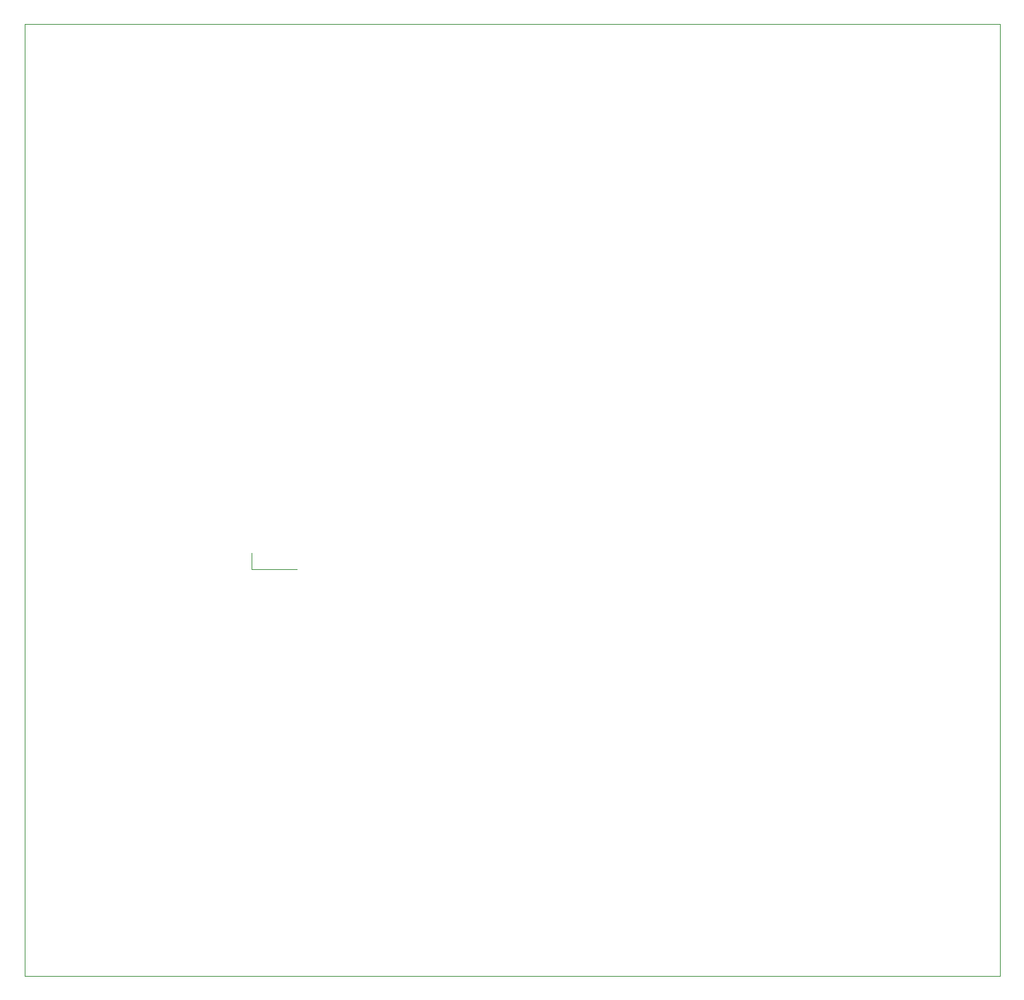
<source format=gbr>
G04 CAM350 V10.0.1 (Build 312) Date:  Thu Jul 28 16:14:56 2016 *
G04 Database: C:\arctmp\odbjob_v7\odbjob_v7.cam *
G04 Layer 7: outline *
%FSLAX23Y23*%
%MOIN*%
%SFA1.000B1.000*%

%MIA0B0*%
%IPPOS*%
%LNoutline*%
%LPD*%
G54D10*
X14390Y10080D02*
G01Y5585D01*
X18990*
Y10080*
X14390*
X15675Y7506D02*
G01X15462D01*
Y7581*
M02*

</source>
